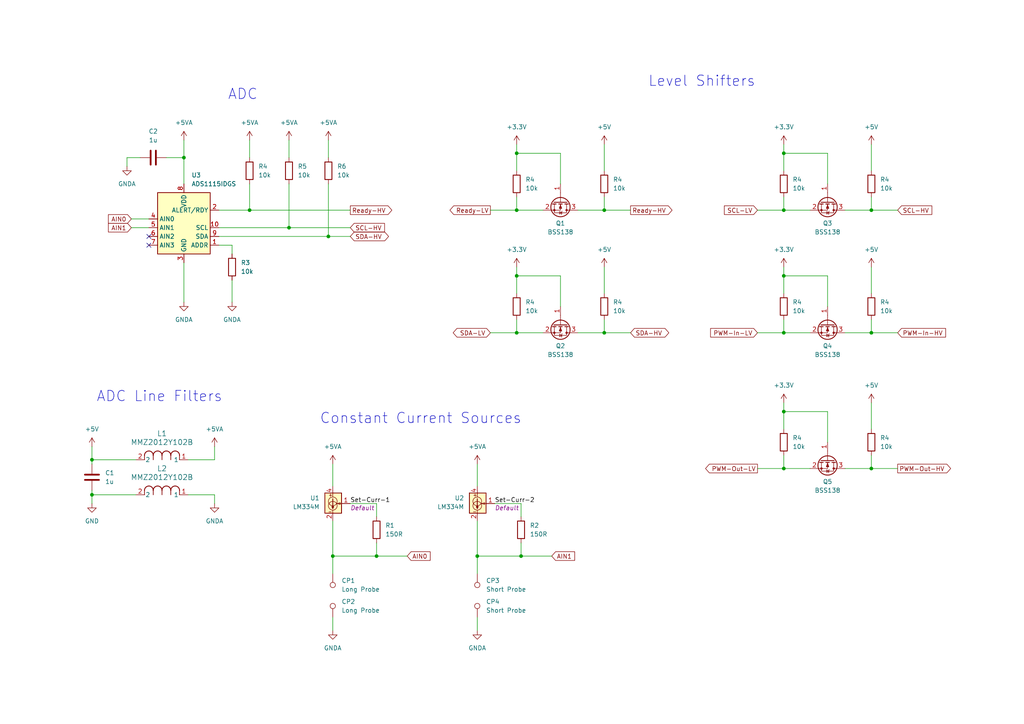
<source format=kicad_sch>
(kicad_sch (version 20230121) (generator eeschema)
  (paper "A4")
  (title_block (title "Hydrofoil Control") (date "2023-09-04") (rev "v1.1") (company "Tamás Nagy"))
  (lib_symbols
    (symbol "2023-09-04_18-15-31:MMZ2012Y102B" (pin_names (offset 0.254))
      (property "Reference" "L" (at 6.985 5.08 0))
      (property "Value" "MMZ2012Y102B" (at 6.985 -2.54 0))
      (symbol "MMZ2012Y102B_1_1"
        (polyline (pts (xy 2.54 0) (xy 2.54 1.27)) (stroke (width 0.2032)))
        (polyline (pts (xy 5.08 0) (xy 5.08 1.27)) (stroke (width 0.2032)))
        (polyline (pts (xy 7.62 0) (xy 7.62 1.27)) (stroke (width 0.2032)))
        (polyline (pts (xy 10.16 0) (xy 10.16 1.27)) (stroke (width 0.2032)))
        (polyline (pts (xy 12.7 0) (xy 12.7 1.27)) (stroke (width 0.2032)))
        (arc (start 5.08 1.27) (mid 3.81 2.5345) (end 2.54 1.27) (stroke (width 0.254)))
        (arc (start 7.62 1.27) (mid 6.35 2.5345) (end 5.08 1.27) (stroke (width 0.254)))
        (arc (start 10.16 1.27) (mid 8.89 2.5345) (end 7.62 1.27) (stroke (width 0.254)))
        (arc (start 12.7 1.27) (mid 11.43 2.5345) (end 10.16 1.27) (stroke (width 0.254)))
        (pin unspecified line (at 15.24 0 180) (length 2.54) (name "1") (number "1"))
        (pin unspecified line (at 0 0 0) (length 2.54) (name "2") (number "2"))
      )
      (symbol "MMZ2012Y102B_1_2"
        (arc (start -1.27 5.08) (mid -2.5345 3.81) (end -1.27 2.54) (stroke (width 0.254)))
        (arc (start -1.27 7.62) (mid -2.5345 6.35) (end -1.27 5.08) (stroke (width 0.254)))
        (arc (start -1.27 10.16) (mid -2.5345 8.89) (end -1.27 7.62) (stroke (width 0.254)))
        (arc (start -1.27 12.7) (mid -2.5345 11.43) (end -1.27 10.16) (stroke (width 0.254)))
        (polyline (pts (xy 0 2.54) (xy -1.27 2.54)) (stroke (width 0.2032)))
        (polyline (pts (xy 0 5.08) (xy -1.27 5.08)) (stroke (width 0.2032)))
        (polyline (pts (xy 0 7.62) (xy -1.27 7.62)) (stroke (width 0.2032)))
        (polyline (pts (xy 0 10.16) (xy -1.27 10.16)) (stroke (width 0.2032)))
        (polyline (pts (xy 0 12.7) (xy -1.27 12.7)) (stroke (width 0.2032)))
        (pin unspecified line (at 0 15.24 270) (length 2.54) (name "1") (number "1"))
        (pin unspecified line (at 0 0 90) (length 2.54) (name "2") (number "2"))
      )
    )
    (symbol "Analog_ADC:ADS1115IDGS"
      (property "Reference" "U" (at 2.54 13.97 0))
      (property "Value" "ADS1115IDGS" (at 7.62 11.43 0))
      (symbol "ADS1115IDGS_0_1"
        (rectangle (start -7.62 10.16) (end 7.62 -7.62) (stroke (width 0.254)) (fill (type background)))
      )
      (symbol "ADS1115IDGS_1_1"
        (pin input line (at 10.16 -5.08 180) (length 2.54) (name "ADDR") (number "1"))
        (pin input line (at 10.16 0 180) (length 2.54) (name "SCL") (number "10"))
        (pin output line (at 10.16 5.08 180) (length 2.54) (name "ALERT/RDY") (number "2"))
        (pin power_in line (at 0 -10.16 90) (length 2.54) (name "GND") (number "3"))
        (pin input line (at -10.16 2.54 0) (length 2.54) (name "AIN0") (number "4"))
        (pin input line (at -10.16 0 0) (length 2.54) (name "AIN1") (number "5"))
        (pin input line (at -10.16 -2.54 0) (length 2.54) (name "AIN2") (number "6"))
        (pin input line (at -10.16 -5.08 0) (length 2.54) (name "AIN3") (number "7"))
        (pin power_in line (at 0 12.7 270) (length 2.54) (name "VDD") (number "8"))
        (pin bidirectional line (at 10.16 -2.54 180) (length 2.54) (name "SDA") (number "9"))
      )
    )
    (symbol "Connector:TestPoint" (pin_numbers hide) (pin_names (offset 0.762) hide)
      (property "Reference" "TP" (at 0 6.858 0))
      (property "Value" "TestPoint" (at 0 5.08 0))
      (symbol "TestPoint_0_1"
        (circle (center 0 3.302) (radius 0.762))
      )
      (symbol "TestPoint_1_1"
        (pin passive line (at 0 0 90) (length 2.54) (name "1") (number "1"))
      )
    )
    (symbol "Device:C" (pin_numbers hide) (pin_names (offset 0.254))
      (property "Reference" "C" (at 0.635 2.54 0))
      (property "Value" "C" (at 0.635 -2.54 0))
      (symbol "C_0_1"
        (polyline (pts (xy -2.032 -0.762) (xy 2.032 -0.762)) (stroke (width 0.508)))
        (polyline (pts (xy -2.032 0.762) (xy 2.032 0.762)) (stroke (width 0.508)))
      )
      (symbol "C_1_1"
        (pin passive line (at 0 3.81 270) (length 2.794) (name "~") (number "1"))
        (pin passive line (at 0 -3.81 90) (length 2.794) (name "~") (number "2"))
      )
    )
    (symbol "Device:R" (pin_numbers hide) (pin_names (offset 0))
      (property "Reference" "R" (at 2.032 0 90))
      (property "Value" "R" (at 0 0 90))
      (symbol "R_0_1"
        (rectangle (start -1.016 -2.54) (end 1.016 2.54) (stroke (width 0.254)))
      )
      (symbol "R_1_1"
        (pin passive line (at 0 3.81 270) (length 1.27) (name "~") (number "1"))
        (pin passive line (at 0 -3.81 90) (length 1.27) (name "~") (number "2"))
      )
    )
    (symbol "Reference_Current:LM334M"
      (property "Reference" "U" (at 0.635 6.35 0))
      (property "Value" "LM334M" (at 0.635 4.445 0))
      (symbol "LM334M_0_1"
        (rectangle (start -2.286 3.048) (end 2.54 -2.794) (stroke (width 0.254)) (fill (type background)))
        (circle (center 0 -0.635) (radius 1.27))
        (polyline (pts (xy -1.143 -2.413) (xy -0.381 -2.413)))
        (polyline (pts (xy -1.016 2.413) (xy -0.254 2.413)))
        (polyline (pts (xy -0.635 2.794) (xy -0.635 2.032)))
        (polyline (pts (xy 0 -1.905) (xy 0 -3.175)))
        (polyline (pts (xy 0 1.397) (xy 0 -1.397)) (stroke (width 0.254)))
        (polyline (pts (xy 0 3.81) (xy 0 1.905)))
        (polyline (pts (xy 5.08 0) (xy 1.27 0)))
        (polyline (pts (xy 0 -1.397) (xy -0.254 -0.889) (xy 0.254 -0.889) (xy 0 -1.397)) (stroke (width 0.254)))
        (polyline (pts (xy 1.27 0) (xy 2.159 0.254) (xy 2.159 -0.254) (xy 1.27 0)))
        (circle (center 0 0.635) (radius 1.27))
      )
      (symbol "LM334M_1_1"
        (pin passive line (at 5.08 0 180) (length 2.54) (name "~") (number "1"))
        (pin passive line (at 0 -5.08 90) (length 2.54) (name "~") (number "2"))
        (pin passive line (at 0 -5.08 90) (length 2.54) hide (name "~") (number "3"))
        (pin passive line (at 0 5.08 270) (length 2.54) (name "~") (number "4"))
        (pin passive line (at 0 -5.08 90) (length 2.54) hide (name "~") (number "6"))
        (pin passive line (at 0 -5.08 90) (length 2.54) hide (name "~") (number "7"))
      )
    )
    (symbol "Transistor_FET:BSS138" (pin_names hide)
      (property "Reference" "Q" (at 5.08 1.905 0))
      (property "Value" "BSS138" (at 5.08 0 0))
      (symbol "BSS138_0_1"
        (polyline (pts (xy 0.254 0) (xy -2.54 0)))
        (polyline (pts (xy 0.254 1.905) (xy 0.254 -1.905)) (stroke (width 0.254)))
        (polyline (pts (xy 0.762 -1.27) (xy 0.762 -2.286)) (stroke (width 0.254)))
        (polyline (pts (xy 0.762 0.508) (xy 0.762 -0.508)) (stroke (width 0.254)))
        (polyline (pts (xy 0.762 2.286) (xy 0.762 1.27)) (stroke (width 0.254)))
        (polyline (pts (xy 2.54 2.54) (xy 2.54 1.778)))
        (polyline (pts (xy 2.54 -2.54) (xy 2.54 0) (xy 0.762 0)))
        (polyline (pts (xy 0.762 -1.778) (xy 3.302 -1.778) (xy 3.302 1.778) (xy 0.762 1.778)))
        (polyline (pts (xy 1.016 0) (xy 2.032 0.381) (xy 2.032 -0.381) (xy 1.016 0)) (fill (type outline)))
        (polyline (pts (xy 2.794 0.508) (xy 2.921 0.381) (xy 3.683 0.381) (xy 3.81 0.254)))
        (polyline (pts (xy 3.302 0.381) (xy 2.921 -0.254) (xy 3.683 -0.254) (xy 3.302 0.381)))
        (circle (center 1.651 0) (radius 2.794) (stroke (width 0.254)))
        (circle (center 2.54 -1.778) (radius 0.254) (fill (type outline)))
        (circle (center 2.54 1.778) (radius 0.254) (fill (type outline)))
      )
      (symbol "BSS138_1_1"
        (pin input line (at -5.08 0 0) (length 2.54) (name "G") (number "1"))
        (pin passive line (at 2.54 -5.08 90) (length 2.54) (name "S") (number "2"))
        (pin passive line (at 2.54 5.08 270) (length 2.54) (name "D") (number "3"))
      )
    )
    (symbol "power:+3.3V" (power) (pin_names (offset 0))
      (property "Value" "+3.3V" (at 0 3.556 0))
      (symbol "+3.3V_0_1"
        (polyline (pts (xy -0.762 1.27) (xy 0 2.54)))
        (polyline (pts (xy 0 0) (xy 0 2.54)))
        (polyline (pts (xy 0 2.54) (xy 0.762 1.27)))
      )
      (symbol "+3.3V_1_1"
        (pin power_in line (at 0 0 90) (length 0) hide (name "+3.3V") (number "1"))
      )
    )
    (symbol "power:+5V" (power) (pin_names (offset 0))
      (property "Value" "+5V" (at 0 3.556 0))
      (symbol "+5V_0_1"
        (polyline (pts (xy -0.762 1.27) (xy 0 2.54)))
        (polyline (pts (xy 0 0) (xy 0 2.54)))
        (polyline (pts (xy 0 2.54) (xy 0.762 1.27)))
      )
      (symbol "+5V_1_1"
        (pin power_in line (at 0 0 90) (length 0) hide (name "+5V") (number "1"))
      )
    )
    (symbol "power:+5VA" (power) (pin_names (offset 0))
      (property "Value" "+5VA" (at 0 3.556 0))
      (symbol "+5VA_0_1"
        (polyline (pts (xy -0.762 1.27) (xy 0 2.54)))
        (polyline (pts (xy 0 0) (xy 0 2.54)))
        (polyline (pts (xy 0 2.54) (xy 0.762 1.27)))
      )
      (symbol "+5VA_1_1"
        (pin power_in line (at 0 0 90) (length 0) hide (name "+5VA") (number "1"))
      )
    )
    (symbol "power:GND" (power) (pin_names (offset 0))
      (property "Value" "GND" (at 0 -3.81 0))
      (symbol "GND_0_1"
        (polyline (pts (xy 0 0) (xy 0 -1.27) (xy 1.27 -1.27) (xy 0 -2.54) (xy -1.27 -1.27) (xy 0 -1.27)))
      )
      (symbol "GND_1_1"
        (pin power_in line (at 0 0 270) (length 0) hide (name "GND") (number "1"))
      )
    )
    (symbol "power:GNDA" (power) (pin_names (offset 0))
      (property "Value" "GNDA" (at 0 -3.81 0))
      (symbol "GNDA_0_1"
        (polyline (pts (xy 0 0) (xy 0 -1.27) (xy 1.27 -1.27) (xy 0 -2.54) (xy -1.27 -1.27) (xy 0 -1.27)))
      )
      (symbol "GNDA_1_1"
        (pin power_in line (at 0 0 270) (length 0) hide (name "GNDA") (number "1"))
      )
    )
  )
  (junction (at 53.34 45.72))
  (junction (at 252.73 135.89))
  (junction (at 175.26 60.96))
  (junction (at 96.52 161.29))
  (junction (at 227.33 80.01))
  (junction (at 83.82 66.04))
  (junction (at 109.22 161.29))
  (junction (at 149.86 80.01))
  (junction (at 227.33 96.52))
  (junction (at 227.33 60.96))
  (junction (at 252.73 60.96))
  (junction (at 227.33 119.38))
  (junction (at 26.67 143.51))
  (junction (at 95.25 68.58))
  (junction (at 149.86 96.52))
  (junction (at 138.43 161.29))
  (junction (at 151.13 161.29))
  (junction (at 149.86 44.45))
  (junction (at 227.33 135.89))
  (junction (at 72.39 60.96))
  (junction (at 252.73 96.52))
  (junction (at 149.86 60.96))
  (junction (at 175.26 96.52))
  (junction (at 26.67 133.35))
  (junction (at 227.33 44.45))
  (no_connect (at 43.18 68.58))
  (no_connect (at 43.18 71.12))
  (wire (pts (xy 83.82 53.34) (xy 83.82 66.04)))
  (wire (pts (xy 26.67 143.51) (xy 26.67 146.05)))
  (wire (pts (xy 219.71 135.89) (xy 227.33 135.89)))
  (wire (pts (xy 72.39 40.64) (xy 72.39 45.72)))
  (wire (pts (xy 227.33 44.45) (xy 227.33 49.53)))
  (wire (pts (xy 62.23 129.54) (xy 62.23 133.35)))
  (wire (pts (xy 95.25 40.64) (xy 95.25 45.72)))
  (wire (pts (xy 240.03 88.9) (xy 240.03 80.01)))
  (wire (pts (xy 240.03 53.34) (xy 240.03 44.45)))
  (wire (pts (xy 252.73 96.52) (xy 260.35 96.52)))
  (wire (pts (xy 138.43 161.29) (xy 138.43 166.37)))
  (wire (pts (xy 219.71 60.96) (xy 227.33 60.96)))
  (wire (pts (xy 252.73 135.89) (xy 260.35 135.89)))
  (wire (pts (xy 142.24 96.52) (xy 149.86 96.52)))
  (wire (pts (xy 157.48 96.52) (xy 149.86 96.52)))
  (wire (pts (xy 26.67 142.24) (xy 26.67 143.51)))
  (wire (pts (xy 151.13 161.29) (xy 151.13 157.48)))
  (wire (pts (xy 83.82 66.04) (xy 101.6 66.04)))
  (wire (pts (xy 252.73 135.89) (xy 252.73 132.08)))
  (wire (pts (xy 240.03 44.45) (xy 227.33 44.45)))
  (wire (pts (xy 96.52 151.13) (xy 96.52 161.29)))
  (wire (pts (xy 175.26 96.52) (xy 175.26 92.71)))
  (wire (pts (xy 109.22 161.29) (xy 109.22 157.48)))
  (wire (pts (xy 149.86 41.91) (xy 149.86 44.45)))
  (wire (pts (xy 138.43 161.29) (xy 151.13 161.29)))
  (wire (pts (xy 252.73 77.47) (xy 252.73 85.09)))
  (wire (pts (xy 252.73 60.96) (xy 260.35 60.96)))
  (wire (pts (xy 96.52 179.07) (xy 96.52 182.88)))
  (wire (pts (xy 175.26 60.96) (xy 182.88 60.96)))
  (wire (pts (xy 67.31 81.28) (xy 67.31 87.63)))
  (wire (pts (xy 143.51 146.05) (xy 151.13 146.05)))
  (wire (pts (xy 245.11 60.96) (xy 252.73 60.96)))
  (wire (pts (xy 26.67 133.35) (xy 39.37 133.35)))
  (wire (pts (xy 175.26 96.52) (xy 182.88 96.52)))
  (wire (pts (xy 252.73 41.91) (xy 252.73 49.53)))
  (wire (pts (xy 151.13 161.29) (xy 160.02 161.29)))
  (wire (pts (xy 53.34 45.72) (xy 53.34 53.34)))
  (wire (pts (xy 252.73 60.96) (xy 252.73 57.15)))
  (wire (pts (xy 63.5 71.12) (xy 67.31 71.12)))
  (wire (pts (xy 109.22 161.29) (xy 118.11 161.29)))
  (wire (pts (xy 227.33 41.91) (xy 227.33 44.45)))
  (wire (pts (xy 96.52 134.62) (xy 96.52 140.97)))
  (wire (pts (xy 162.56 53.34) (xy 162.56 44.45)))
  (wire (pts (xy 175.26 60.96) (xy 175.26 57.15)))
  (wire (pts (xy 36.83 48.26) (xy 36.83 45.72)))
  (wire (pts (xy 54.61 143.51) (xy 62.23 143.51)))
  (wire (pts (xy 245.11 96.52) (xy 252.73 96.52)))
  (wire (pts (xy 138.43 151.13) (xy 138.43 161.29)))
  (wire (pts (xy 227.33 116.84) (xy 227.33 119.38)))
  (wire (pts (xy 227.33 77.47) (xy 227.33 80.01)))
  (wire (pts (xy 162.56 44.45) (xy 149.86 44.45)))
  (wire (pts (xy 175.26 41.91) (xy 175.26 49.53)))
  (wire (pts (xy 67.31 71.12) (xy 67.31 73.66)))
  (wire (pts (xy 149.86 77.47) (xy 149.86 80.01)))
  (wire (pts (xy 240.03 128.27) (xy 240.03 119.38)))
  (wire (pts (xy 234.95 60.96) (xy 227.33 60.96)))
  (wire (pts (xy 162.56 88.9) (xy 162.56 80.01)))
  (wire (pts (xy 227.33 96.52) (xy 227.33 92.71)))
  (wire (pts (xy 157.48 60.96) (xy 149.86 60.96)))
  (wire (pts (xy 162.56 80.01) (xy 149.86 80.01)))
  (wire (pts (xy 252.73 116.84) (xy 252.73 124.46)))
  (wire (pts (xy 26.67 129.54) (xy 26.67 133.35)))
  (wire (pts (xy 62.23 133.35) (xy 54.61 133.35)))
  (wire (pts (xy 26.67 133.35) (xy 26.67 134.62)))
  (wire (pts (xy 240.03 119.38) (xy 227.33 119.38)))
  (wire (pts (xy 53.34 76.2) (xy 53.34 87.63)))
  (wire (pts (xy 227.33 135.89) (xy 227.33 132.08)))
  (wire (pts (xy 138.43 179.07) (xy 138.43 182.88)))
  (wire (pts (xy 167.64 96.52) (xy 175.26 96.52)))
  (wire (pts (xy 175.26 77.47) (xy 175.26 85.09)))
  (wire (pts (xy 96.52 161.29) (xy 96.52 166.37)))
  (wire (pts (xy 167.64 60.96) (xy 175.26 60.96)))
  (wire (pts (xy 38.1 66.04) (xy 43.18 66.04)))
  (wire (pts (xy 95.25 68.58) (xy 101.6 68.58)))
  (wire (pts (xy 72.39 60.96) (xy 101.6 60.96)))
  (wire (pts (xy 151.13 146.05) (xy 151.13 149.86)))
  (wire (pts (xy 72.39 53.34) (xy 72.39 60.96)))
  (wire (pts (xy 62.23 146.05) (xy 62.23 143.51)))
  (wire (pts (xy 149.86 80.01) (xy 149.86 85.09)))
  (wire (pts (xy 53.34 40.64) (xy 53.34 45.72)))
  (wire (pts (xy 234.95 96.52) (xy 227.33 96.52)))
  (wire (pts (xy 227.33 119.38) (xy 227.33 124.46)))
  (wire (pts (xy 83.82 40.64) (xy 83.82 45.72)))
  (wire (pts (xy 26.67 143.51) (xy 39.37 143.51)))
  (wire (pts (xy 101.6 146.05) (xy 109.22 146.05)))
  (wire (pts (xy 48.26 45.72) (xy 53.34 45.72)))
  (wire (pts (xy 245.11 135.89) (xy 252.73 135.89)))
  (wire (pts (xy 63.5 66.04) (xy 83.82 66.04)))
  (wire (pts (xy 149.86 96.52) (xy 149.86 92.71)))
  (wire (pts (xy 63.5 60.96) (xy 72.39 60.96)))
  (wire (pts (xy 227.33 60.96) (xy 227.33 57.15)))
  (wire (pts (xy 234.95 135.89) (xy 227.33 135.89)))
  (wire (pts (xy 252.73 96.52) (xy 252.73 92.71)))
  (wire (pts (xy 142.24 60.96) (xy 149.86 60.96)))
  (wire (pts (xy 219.71 96.52) (xy 227.33 96.52)))
  (wire (pts (xy 96.52 161.29) (xy 109.22 161.29)))
  (wire (pts (xy 95.25 53.34) (xy 95.25 68.58)))
  (wire (pts (xy 240.03 80.01) (xy 227.33 80.01)))
  (wire (pts (xy 138.43 134.62) (xy 138.43 140.97)))
  (wire (pts (xy 109.22 146.05) (xy 109.22 149.86)))
  (wire (pts (xy 36.83 45.72) (xy 40.64 45.72)))
  (wire (pts (xy 63.5 68.58) (xy 95.25 68.58)))
  (wire (pts (xy 227.33 80.01) (xy 227.33 85.09)))
  (wire (pts (xy 149.86 44.45) (xy 149.86 49.53)))
  (wire (pts (xy 38.1 63.5) (xy 43.18 63.5)))
  (wire (pts (xy 149.86 60.96) (xy 149.86 57.15)))
  (text "ADC Line Filters" (at 27.94 116.84 0) (effects (font (size 3 3)) (justify left bottom)))
  (text "Constant Current Sources" (at 92.71 123.19 0) (effects (font (size 3 3)) (justify left bottom)))
  (text "ADC" (at 66.04 29.21 0) (effects (font (size 3 3)) (justify left bottom)))
  (text "Level Shifters" (at 187.96 25.4 0) (effects (font (size 3 3)) (justify left bottom)))
  (label "Set-Curr-2" (at 143.51 146.05 0) (property "Netclass" "Default" (at 143.51 147.32 0) (effects (font italic) (justify left))))
  (label "Set-Curr-1" (at 101.6 146.05 0) (property "Netclass" "Default" (at 101.6 147.32 0) (effects (font italic) (justify left))))
  (global_label "PWM-In-HV" (shape input) (at 260.35 96.52 0) (property "Intersheetrefs" "${INTERSHEET_REFS}" (effects hide)) (property "Netclass" "Default" (effects hide)))
  (global_label "SCL-LV" (shape input) (at 219.71 60.96 180) (property "Intersheetrefs" "${INTERSHEET_REFS}" (effects hide)) (property "Netclass" "Default" (effects hide)))
  (global_label "AIN1" (shape input) (at 160.02 161.29 0) (property "Intersheetrefs" "${INTERSHEET_REFS}" (effects hide)) (property "Netclass" "AIN" (effects hide)))
  (global_label "SCL-HV" (shape input) (at 101.6 66.04 0) (property "Intersheetrefs" "${INTERSHEET_REFS}" (effects hide)) (property "Netclass" "Default" (effects hide)))
  (global_label "PWM-In-LV" (shape input) (at 219.71 96.52 180) (property "Intersheetrefs" "${INTERSHEET_REFS}" (effects hide)) (property "Netclass" "Default" (effects hide)))
  (global_label "SDA-HV" (shape bidirectional) (at 101.6 68.58 0) (property "Intersheetrefs" "${INTERSHEET_REFS}" (effects hide)) (property "Netclass" "Default" (effects hide)))
  (global_label "SDA-HV" (shape bidirectional) (at 182.88 96.52 0) (property "Intersheetrefs" "${INTERSHEET_REFS}" (effects hide)) (property "Netclass" "Default" (effects hide)))
  (global_label "AIN0" (shape input) (at 38.1 63.5 180) (property "Intersheetrefs" "${INTERSHEET_REFS}" (effects hide)) (property "Netclass" "AIN" (effects hide)))
  (global_label "Ready-HV" (shape output) (at 101.6 60.96 0) (property "Intersheetrefs" "${INTERSHEET_REFS}" (effects hide)) (property "Netclass" "Default" (effects hide)))
  (global_label "AIN1" (shape input) (at 38.1 66.04 180) (property "Intersheetrefs" "${INTERSHEET_REFS}" (effects hide)) (property "Netclass" "AIN" (effects hide)))
  (global_label "PWM-Out-HV" (shape output) (at 260.35 135.89 0) (property "Intersheetrefs" "${INTERSHEET_REFS}" (effects hide)) (property "Netclass" "Default" (effects hide)))
  (global_label "Ready-HV" (shape output) (at 182.88 60.96 0) (property "Intersheetrefs" "${INTERSHEET_REFS}" (effects hide)) (property "Netclass" "Default" (effects hide)))
  (global_label "AIN0" (shape input) (at 118.11 161.29 0) (property "Intersheetrefs" "${INTERSHEET_REFS}" (effects hide)) (property "Netclass" "AIN" (effects hide)))
  (global_label "SDA-LV" (shape bidirectional) (at 142.24 96.52 180) (property "Intersheetrefs" "${INTERSHEET_REFS}" (effects hide)) (property "Netclass" "Default" (effects hide)))
  (global_label "SCL-HV" (shape input) (at 260.35 60.96 0) (property "Intersheetrefs" "${INTERSHEET_REFS}" (effects hide)) (property "Netclass" "Default" (effects hide)))
  (global_label "Ready-LV" (shape output) (at 142.24 60.96 180) (property "Intersheetrefs" "${INTERSHEET_REFS}" (effects hide)) (property "Netclass" "Default" (effects hide)))
  (global_label "PWM-Out-LV" (shape output) (at 219.71 135.89 180) (property "Intersheetrefs" "${INTERSHEET_REFS}" (effects hide)) (property "Netclass" "Default" (effects hide)))
  (symbol (lib_id "Reference_Current:LM334M") (at 96.52 146.05 0) (unit 1)
    (property "Reference" "U1" (at 92.71 144.4625 0) (effects (justify right)))
    (property "Value" "LM334M" (at 92.71 147.0025 0) (effects (justify right)))
    (property "Footprint" "Package_SO:SOIC-8_3.9x4.9mm_P1.27mm" (effects hide))
    (property "Datasheet" "http://www.ti.com/lit/ds/symlink/lm134.pdf" (effects hide))
    (property "MPN" "C7945" (effects hide))
    (instances (project "Hydrofoil" (path "" (reference "U1") (unit 1)) (path "" (reference "U5") (unit 1))))
  )
  (symbol (lib_id "power:+3.3V") (at 149.86 41.91 0) (unit 1)
    (property "Reference" "#PWR029" (effects hide))
    (property "Value" "+3.3V" (at 149.86 36.83 0))
    (instances (project "Hydrofoil" (path "" (reference "#PWR029") (unit 1)) (path "" (reference "#PWR042") (unit 1))))
  )
  (symbol (lib_id "power:+5V") (at 252.73 77.47 0) (unit 1)
    (property "Reference" "#PWR05" (effects hide))
    (property "Value" "+5V" (at 252.73 72.39 0))
    (instances (project "Hydrofoil" (path "" (reference "#PWR05") (unit 1)) (path "" (reference "#PWR053") (unit 1))))
  )
  (symbol (lib_id "power:+5VA") (at 95.25 40.64 0) (unit 1)
    (property "Reference" "#PWR037" (effects hide))
    (property "Value" "+5VA" (at 95.25 35.56 0))
  )
  (symbol (lib_id "power:+5V") (at 26.67 129.54 0) (unit 1)
    (property "Reference" "#PWR05" (effects hide))
    (property "Value" "+5V" (at 26.67 124.46 0))
    (instances (project "Hydrofoil" (path "" (reference "#PWR05") (unit 1)) (path "" (reference "#PWR027") (unit 1))))
  )
  (symbol (lib_id "power:+3.3V") (at 227.33 41.91 0) (unit 1)
    (property "Reference" "#PWR029" (effects hide))
    (property "Value" "+3.3V" (at 227.33 36.83 0))
    (instances (project "Hydrofoil" (path "" (reference "#PWR029") (unit 1)) (path "" (reference "#PWR046") (unit 1))))
  )
  (symbol (lib_id "power:+3.3V") (at 227.33 116.84 0) (unit 1)
    (property "Reference" "#PWR029" (effects hide))
    (property "Value" "+3.3V" (at 227.33 111.76 0))
    (instances (project "Hydrofoil" (path "" (reference "#PWR029") (unit 1)) (path "" (reference "#PWR048") (unit 1))))
  )
  (symbol (lib_id "Analog_ADC:ADS1115IDGS") (at 53.34 66.04 0) (unit 1)
    (property "Reference" "U3" (at 55.5341 50.8 0) (effects (justify left)))
    (property "Value" "ADS1115IDGS" (at 55.5341 53.34 0) (effects (justify left)))
    (property "Footprint" "Package_SO:TSSOP-10_3x3mm_P0.5mm" (effects hide))
    (property "Datasheet" "http://www.ti.com/lit/ds/symlink/ads1113.pdf" (effects hide))
    (property "MPN" "ADS1115IDGSR" (effects hide))
    (instances (project "Hydrofoil" (path "" (reference "U3") (unit 1)) (path "" (reference "U4") (unit 1))))
  )
  (symbol (lib_id "power:GNDA") (at 53.34 87.63 0) (unit 1)
    (property "Reference" "#PWR031" (effects hide))
    (property "Value" "GNDA" (at 53.34 92.71 0))
  )
  (symbol (lib_id "power:+5V") (at 175.26 77.47 0) (unit 1)
    (property "Reference" "#PWR05" (effects hide))
    (property "Value" "+5V" (at 175.26 72.39 0))
    (instances (project "Hydrofoil" (path "" (reference "#PWR05") (unit 1)) (path "" (reference "#PWR056") (unit 1))))
  )
  (symbol (lib_id "Device:R") (at 252.73 88.9 0) (unit 1)
    (property "Reference" "R4" (at 255.27 87.63 0) (effects (justify left)))
    (property "Value" "10k" (at 255.27 90.17 0) (effects (justify left)))
    (property "Footprint" "Resistor_SMD:R_0402_1005Metric_Pad0.72x0.64mm_HandSolder" (effects hide))
    (property "MPN" "0402WGF1002TCE" (effects hide))
    (instances (project "Hydrofoil" (path "" (reference "R4") (unit 1)) (path "" (reference "R25") (unit 1))))
  )
  (symbol (lib_id "Transistor_FET:BSS138") (at 162.56 58.42 270) (unit 1)
    (property "Reference" "Q1" (at 162.56 64.77 90))
    (property "Value" "BSS138" (at 162.56 67.31 90))
    (property "Footprint" "Package_TO_SOT_SMD:SOT-23" (effects hide))
    (property "Datasheet" "https://www.onsemi.com/pub/Collateral/BSS138-D.PDF" (effects hide))
    (property "MPN" "BSS138LT1G" (effects hide))
  )
  (symbol (lib_id "power:+5V") (at 175.26 41.91 0) (unit 1)
    (property "Reference" "#PWR05" (effects hide))
    (property "Value" "+5V" (at 175.26 36.83 0))
    (instances (project "Hydrofoil" (path "" (reference "#PWR05") (unit 1)) (path "" (reference "#PWR055") (unit 1))))
  )
  (symbol (lib_id "power:+3.3V") (at 227.33 77.47 0) (unit 1)
    (property "Reference" "#PWR029" (effects hide))
    (property "Value" "+3.3V" (at 227.33 72.39 0))
    (instances (project "Hydrofoil" (path "" (reference "#PWR029") (unit 1)) (path "" (reference "#PWR047") (unit 1))))
  )
  (symbol (lib_id "power:+5VA") (at 62.23 129.54 0) (unit 1)
    (property "Reference" "#PWR032" (effects hide))
    (property "Value" "+5VA" (at 62.23 124.46 0))
  )
  (symbol (lib_id "power:+3.3V") (at 149.86 77.47 0) (unit 1)
    (property "Reference" "#PWR029" (effects hide))
    (property "Value" "+3.3V" (at 149.86 72.39 0))
    (instances (project "Hydrofoil" (path "" (reference "#PWR029") (unit 1)) (path "" (reference "#PWR043") (unit 1))))
  )
  (symbol (lib_id "2023-09-04_18-15-31:MMZ2012Y102B") (at 39.37 133.35 0) (unit 1)
    (property "Reference" "L1" (at 46.99 125.73 0) (effects (font (size 1.524 1.524))))
    (property "Value" "MMZ2012Y102B" (at 46.99 128.27 0) (effects (font (size 1.524 1.524))))
    (property "Footprint" "Inductor_SMD:L_0805_2012Metric_Pad1.05x1.20mm_HandSolder" (effects hide))
    (property "Datasheet" "MMZ2012Y102B" (effects hide))
    (property "MPN" "MMZ2012Y102BT000" (effects hide))
  )
  (symbol (lib_id "power:+5VA") (at 53.34 40.64 0) (unit 1)
    (property "Reference" "#PWR030" (effects hide))
    (property "Value" "+5VA" (at 53.34 35.56 0))
  )
  (symbol (lib_id "Connector:TestPoint") (at 96.52 166.37 180) (unit 1) (in_bom no)
    (property "Reference" "CP1" (at 99.06 168.402 0) (effects (justify right)))
    (property "Value" "Long Probe" (at 99.06 170.942 0) (effects (justify right)))
    (property "Footprint" "TestPoint:TestPoint_Pad_D2.0mm" (effects hide))
  )
  (symbol (lib_id "Device:R") (at 175.26 53.34 0) (unit 1)
    (property "Reference" "R4" (at 177.8 52.07 0) (effects (justify left)))
    (property "Value" "10k" (at 177.8 54.61 0) (effects (justify left)))
    (property "Footprint" "Resistor_SMD:R_0402_1005Metric_Pad0.72x0.64mm_HandSolder" (effects hide))
    (property "MPN" "0402WGF1002TCE" (effects hide))
    (instances (project "Hydrofoil" (path "" (reference "R4") (unit 1)) (path "" (reference "R19") (unit 1))))
  )
  (symbol (lib_id "Device:R") (at 149.86 53.34 0) (unit 1)
    (property "Reference" "R4" (at 152.4 52.07 0) (effects (justify left)))
    (property "Value" "10k" (at 152.4 54.61 0) (effects (justify left)))
    (property "Footprint" "Resistor_SMD:R_0402_1005Metric_Pad0.72x0.64mm_HandSolder" (effects hide))
    (property "MPN" "0402WGF1002TCE" (effects hide))
    (instances (project "Hydrofoil" (path "" (reference "R4") (unit 1)) (path "" (reference "R17") (unit 1))))
  )
  (symbol (lib_id "power:+5V") (at 252.73 116.84 0) (unit 1)
    (property "Reference" "#PWR05" (effects hide))
    (property "Value" "+5V" (at 252.73 111.76 0))
    (instances (project "Hydrofoil" (path "" (reference "#PWR05") (unit 1)) (path "" (reference "#PWR052") (unit 1))))
  )
  (symbol (lib_id "2023-09-04_18-15-31:MMZ2012Y102B") (at 39.37 143.51 0) (unit 1)
    (property "Reference" "L2" (at 46.99 135.89 0) (effects (font (size 1.524 1.524))))
    (property "Value" "MMZ2012Y102B" (at 46.99 138.43 0) (effects (font (size 1.524 1.524))))
    (property "Footprint" "Inductor_SMD:L_0805_2012Metric_Pad1.05x1.20mm_HandSolder" (effects hide))
    (property "Datasheet" "MMZ2012Y102B" (effects hide))
    (property "MPN" "MMZ2012Y102BT000" (effects hide))
  )
  (symbol (lib_id "power:+5VA") (at 83.82 40.64 0) (unit 1)
    (property "Reference" "#PWR036" (effects hide))
    (property "Value" "+5VA" (at 83.82 35.56 0))
  )
  (symbol (lib_id "power:GNDA") (at 96.52 182.88 0) (unit 1)
    (property "Reference" "#PWR039" (effects hide))
    (property "Value" "GNDA" (at 96.52 187.96 0))
  )
  (symbol (lib_id "Device:R") (at 83.82 49.53 0) (unit 1)
    (property "Reference" "R5" (at 86.36 48.26 0) (effects (justify left)))
    (property "Value" "10k" (at 86.36 50.8 0) (effects (justify left)))
    (property "Footprint" "Resistor_SMD:R_0402_1005Metric_Pad0.72x0.64mm_HandSolder" (effects hide))
    (property "MPN" "0402WGF1002TCE" (effects hide))
    (instances (project "Hydrofoil" (path "" (reference "R5") (unit 1)) (path "" (reference "R13") (unit 1))))
  )
  (symbol (lib_id "Device:R") (at 72.39 49.53 0) (unit 1)
    (property "Reference" "R4" (at 74.93 48.26 0) (effects (justify left)))
    (property "Value" "10k" (at 74.93 50.8 0) (effects (justify left)))
    (property "Footprint" "Resistor_SMD:R_0402_1005Metric_Pad0.72x0.64mm_HandSolder" (effects hide))
    (property "MPN" "0402WGF1002TCE" (effects hide))
    (instances (project "Hydrofoil" (path "" (reference "R4") (unit 1)) (path "" (reference "R12") (unit 1))))
  )
  (symbol (lib_id "Device:R") (at 151.13 153.67 0) (unit 1)
    (property "Reference" "R2" (at 153.67 152.4 0) (effects (justify left)))
    (property "Value" "150R" (at 153.67 154.94 0) (effects (justify left)))
    (property "Footprint" "Resistor_SMD:R_0402_1005Metric_Pad0.72x0.64mm_HandSolder" (effects hide))
    (property "MPN" "0402WGF1500TCE" (effects hide))
    (instances (project "Hydrofoil" (path "" (reference "R2") (unit 1)) (path "" (reference "R18") (unit 1))))
  )
  (symbol (lib_id "Device:R") (at 109.22 153.67 0) (unit 1)
    (property "Reference" "R1" (at 111.76 152.4 0) (effects (justify left)))
    (property "Value" "150R" (at 111.76 154.94 0) (effects (justify left)))
    (property "Footprint" "Resistor_SMD:R_0402_1005Metric_Pad0.72x0.64mm_HandSolder" (effects hide))
    (property "MPN" "0402WGF1500TCE" (effects hide))
    (instances (project "Hydrofoil" (path "" (reference "R1") (unit 1)) (path "" (reference "R15") (unit 1))))
  )
  (symbol (lib_id "Transistor_FET:BSS138") (at 240.03 93.98 270) (unit 1)
    (property "Reference" "Q4" (at 240.03 100.33 90))
    (property "Value" "BSS138" (at 240.03 102.87 90))
    (property "Footprint" "Package_TO_SOT_SMD:SOT-23" (effects hide))
    (property "Datasheet" "https://www.onsemi.com/pub/Collateral/BSS138-D.PDF" (effects hide))
    (property "MPN" "BSS138LT1G" (effects hide))
  )
  (symbol (lib_id "power:+5VA") (at 72.39 40.64 0) (unit 1)
    (property "Reference" "#PWR035" (effects hide))
    (property "Value" "+5VA" (at 72.39 35.56 0))
  )
  (symbol (lib_id "Device:R") (at 227.33 88.9 0) (unit 1)
    (property "Reference" "R4" (at 229.87 87.63 0) (effects (justify left)))
    (property "Value" "10k" (at 229.87 90.17 0) (effects (justify left)))
    (property "Footprint" "Resistor_SMD:R_0402_1005Metric_Pad0.72x0.64mm_HandSolder" (effects hide))
    (property "MPN" "0402WGF1002TCE" (effects hide))
    (instances (project "Hydrofoil" (path "" (reference "R4") (unit 1)) (path "" (reference "R22") (unit 1))))
  )
  (symbol (lib_id "power:+5V") (at 252.73 41.91 0) (unit 1)
    (property "Reference" "#PWR05" (effects hide))
    (property "Value" "+5V" (at 252.73 36.83 0))
    (instances (project "Hydrofoil" (path "" (reference "#PWR05") (unit 1)) (path "" (reference "#PWR054") (unit 1))))
  )
  (symbol (lib_id "Device:R") (at 227.33 128.27 0) (unit 1)
    (property "Reference" "R4" (at 229.87 127 0) (effects (justify left)))
    (property "Value" "10k" (at 229.87 129.54 0) (effects (justify left)))
    (property "Footprint" "Resistor_SMD:R_0402_1005Metric_Pad0.72x0.64mm_HandSolder" (effects hide))
    (property "MPN" "0402WGF1002TCE" (effects hide))
    (instances (project "Hydrofoil" (path "" (reference "R4") (unit 1)) (path "" (reference "R23") (unit 1))))
  )
  (symbol (lib_id "power:GNDA") (at 36.83 48.26 0) (unit 1)
    (property "Reference" "#PWR029" (effects hide))
    (property "Value" "GNDA" (at 36.83 53.34 0))
  )
  (symbol (lib_id "power:GND") (at 26.67 146.05 0) (unit 1)
    (property "Reference" "#PWR06" (effects hide))
    (property "Value" "GND" (at 26.67 151.13 0))
    (instances (project "Hydrofoil" (path "" (reference "#PWR06") (unit 1)) (path "" (reference "#PWR028") (unit 1))))
  )
  (symbol (lib_id "Device:C") (at 44.45 45.72 90) (unit 1)
    (property "Reference" "C2" (at 44.45 38.1 90))
    (property "Value" "1u" (at 44.45 40.64 90))
    (property "Footprint" "Capacitor_SMD:C_0402_1005Metric_Pad0.74x0.62mm_HandSolder" (effects hide))
    (property "MPN" "CL05A105KP5NNNC" (effects hide))
    (instances (project "Hydrofoil" (path "" (reference "C2") (unit 1)) (path "" (reference "C8") (unit 1))))
  )
  (symbol (lib_id "Device:R") (at 175.26 88.9 0) (unit 1)
    (property "Reference" "R4" (at 177.8 87.63 0) (effects (justify left)))
    (property "Value" "10k" (at 177.8 90.17 0) (effects (justify left)))
    (property "Footprint" "Resistor_SMD:R_0402_1005Metric_Pad0.72x0.64mm_HandSolder" (effects hide))
    (property "MPN" "0402WGF1002TCE" (effects hide))
    (instances (project "Hydrofoil" (path "" (reference "R4") (unit 1)) (path "" (reference "R20") (unit 1))))
  )
  (symbol (lib_id "Connector:TestPoint") (at 96.52 179.07 0) (unit 1) (in_bom no)
    (property "Reference" "CP2" (at 99.06 174.498 0) (effects (justify left)))
    (property "Value" "Long Probe" (at 99.06 177.038 0) (effects (justify left)))
    (property "Footprint" "TestPoint:TestPoint_Pad_D2.0mm" (effects hide))
  )
  (symbol (lib_id "Device:R") (at 95.25 49.53 0) (unit 1)
    (property "Reference" "R6" (at 97.79 48.26 0) (effects (justify left)))
    (property "Value" "10k" (at 97.79 50.8 0) (effects (justify left)))
    (property "Footprint" "Resistor_SMD:R_0402_1005Metric_Pad0.72x0.64mm_HandSolder" (effects hide))
    (property "MPN" "0402WGF1002TCE" (effects hide))
    (instances (project "Hydrofoil" (path "" (reference "R6") (unit 1)) (path "" (reference "R14") (unit 1))))
  )
  (symbol (lib_id "power:GNDA") (at 62.23 146.05 0) (unit 1)
    (property "Reference" "#PWR033" (effects hide))
    (property "Value" "GNDA" (at 62.23 151.13 0))
  )
  (symbol (lib_id "Device:R") (at 252.73 53.34 0) (unit 1)
    (property "Reference" "R4" (at 255.27 52.07 0) (effects (justify left)))
    (property "Value" "10k" (at 255.27 54.61 0) (effects (justify left)))
    (property "Footprint" "Resistor_SMD:R_0402_1005Metric_Pad0.72x0.64mm_HandSolder" (effects hide))
    (property "MPN" "0402WGF1002TCE" (effects hide))
    (instances (project "Hydrofoil" (path "" (reference "R4") (unit 1)) (path "" (reference "R24") (unit 1))))
  )
  (symbol (lib_id "power:+5VA") (at 138.43 134.62 0) (unit 1)
    (property "Reference" "#PWR040" (effects hide))
    (property "Value" "+5VA" (at 138.43 129.54 0))
  )
  (symbol (lib_id "Connector:TestPoint") (at 138.43 179.07 0) (unit 1) (in_bom no)
    (property "Reference" "CP4" (at 140.97 174.498 0) (effects (justify left)))
    (property "Value" "Short Probe" (at 140.97 177.038 0) (effects (justify left)))
    (property "Footprint" "TestPoint:TestPoint_Pad_D2.0mm" (effects hide))
  )
  (symbol (lib_id "Device:R") (at 227.33 53.34 0) (unit 1)
    (property "Reference" "R4" (at 229.87 52.07 0) (effects (justify left)))
    (property "Value" "10k" (at 229.87 54.61 0) (effects (justify left)))
    (property "Footprint" "Resistor_SMD:R_0402_1005Metric_Pad0.72x0.64mm_HandSolder" (effects hide))
    (property "MPN" "0402WGF1002TCE" (effects hide))
    (instances (project "Hydrofoil" (path "" (reference "R4") (unit 1)) (path "" (reference "R21") (unit 1))))
  )
  (symbol (lib_id "Device:R") (at 67.31 77.47 0) (unit 1)
    (property "Reference" "R3" (at 69.85 76.2 0) (effects (justify left)))
    (property "Value" "10k" (at 69.85 78.74 0) (effects (justify left)))
    (property "Footprint" "Resistor_SMD:R_0402_1005Metric_Pad0.72x0.64mm_HandSolder" (effects hide))
    (property "MPN" "0402WGF1002TCE" (effects hide))
    (instances (project "Hydrofoil" (path "" (reference "R3") (unit 1)) (path "" (reference "R11") (unit 1))))
  )
  (symbol (lib_id "Device:C") (at 26.67 138.43 0) (unit 1)
    (property "Reference" "C1" (at 30.48 137.16 0) (effects (justify left)))
    (property "Value" "1u" (at 30.48 139.7 0) (effects (justify left)))
    (property "Footprint" "Capacitor_SMD:C_0402_1005Metric_Pad0.74x0.62mm_HandSolder" (effects hide))
    (property "MPN" "CL05A105KP5NNNC" (effects hide))
    (instances (project "Hydrofoil" (path "" (reference "C1") (unit 1)) (path "" (reference "C7") (unit 1))))
  )
  (symbol (lib_id "power:GNDA") (at 67.31 87.63 0) (unit 1)
    (property "Reference" "#PWR034" (effects hide))
    (property "Value" "GNDA" (at 67.31 92.71 0))
  )
  (symbol (lib_id "Transistor_FET:BSS138") (at 240.03 58.42 270) (unit 1)
    (property "Reference" "Q3" (at 240.03 64.77 90))
    (property "Value" "BSS138" (at 240.03 67.31 90))
    (property "Footprint" "Package_TO_SOT_SMD:SOT-23" (effects hide))
    (property "Datasheet" "https://www.onsemi.com/pub/Collateral/BSS138-D.PDF" (effects hide))
    (property "MPN" "BSS138LT1G" (effects hide))
  )
  (symbol (lib_id "Connector:TestPoint") (at 138.43 166.37 180) (unit 1) (in_bom no)
    (property "Reference" "CP3" (at 140.97 168.402 0) (effects (justify right)))
    (property "Value" "Short Probe" (at 140.97 170.942 0) (effects (justify right)))
    (property "Footprint" "TestPoint:TestPoint_Pad_D2.0mm" (effects hide))
  )
  (symbol (lib_id "Transistor_FET:BSS138") (at 162.56 93.98 270) (unit 1)
    (property "Reference" "Q2" (at 162.56 100.33 90))
    (property "Value" "BSS138" (at 162.56 102.87 90))
    (property "Footprint" "Package_TO_SOT_SMD:SOT-23" (effects hide))
    (property "Datasheet" "https://www.onsemi.com/pub/Collateral/BSS138-D.PDF" (effects hide))
    (property "MPN" "BSS138LT1G" (effects hide))
  )
  (symbol (lib_id "Transistor_FET:BSS138") (at 240.03 133.35 270) (unit 1)
    (property "Reference" "Q5" (at 240.03 139.7 90))
    (property "Value" "BSS138" (at 240.03 142.24 90))
    (property "Footprint" "Package_TO_SOT_SMD:SOT-23" (effects hide))
    (property "Datasheet" "https://www.onsemi.com/pub/Collateral/BSS138-D.PDF" (effects hide))
    (property "MPN" "BSS138LT1G" (effects hide))
  )
  (symbol (lib_id "Reference_Current:LM334M") (at 138.43 146.05 0) (unit 1)
    (property "Reference" "U2" (at 134.62 144.4625 0) (effects (justify right)))
    (property "Value" "LM334M" (at 134.62 147.0025 0) (effects (justify right)))
    (property "Footprint" "Package_SO:SOIC-8_3.9x4.9mm_P1.27mm" (effects hide))
    (property "Datasheet" "http://www.ti.com/lit/ds/symlink/lm134.pdf" (effects hide))
    (property "MPN" "C7945" (effects hide))
    (instances (project "Hydrofoil" (path "" (reference "U2") (unit 1)) (path "" (reference "U6") (unit 1))))
  )
  (symbol (lib_id "power:+5VA") (at 96.52 134.62 0) (unit 1)
    (property "Reference" "#PWR038" (effects hide))
    (property "Value" "+5VA" (at 96.52 129.54 0))
  )
  (symbol (lib_id "Device:R") (at 252.73 128.27 0) (unit 1)
    (property "Reference" "R4" (at 255.27 127 0) (effects (justify left)))
    (property "Value" "10k" (at 255.27 129.54 0) (effects (justify left)))
    (property "Footprint" "Resistor_SMD:R_0402_1005Metric_Pad0.72x0.64mm_HandSolder" (effects hide))
    (property "MPN" "0402WGF1002TCE" (effects hide))
    (instances (project "Hydrofoil" (path "" (reference "R4") (unit 1)) (path "" (reference "R26") (unit 1))))
  )
  (symbol (lib_id "Device:R") (at 149.86 88.9 0) (unit 1)
    (property "Reference" "R4" (at 152.4 87.63 0) (effects (justify left)))
    (property "Value" "10k" (at 152.4 90.17 0) (effects (justify left)))
    (property "Footprint" "Resistor_SMD:R_0402_1005Metric_Pad0.72x0.64mm_HandSolder" (effects hide))
    (property "MPN" "0402WGF1002TCE" (effects hide))
    (instances (project "Hydrofoil" (path "" (reference "R4") (unit 1)) (path "" (reference "R16") (unit 1))))
  )
  (symbol (lib_id "power:GNDA") (at 138.43 182.88 0) (unit 1)
    (property "Reference" "#PWR041" (effects hide))
    (property "Value" "GNDA" (at 138.43 187.96 0))
  )
)
</source>
